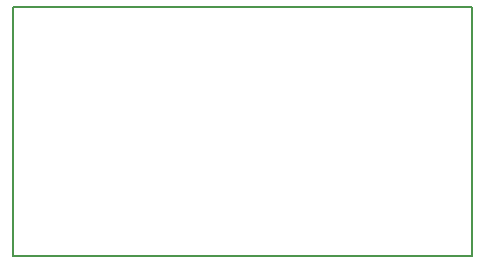
<source format=gm1>
G04 MADE WITH FRITZING*
G04 WWW.FRITZING.ORG*
G04 DOUBLE SIDED*
G04 HOLES PLATED*
G04 CONTOUR ON CENTER OF CONTOUR VECTOR*
%ASAXBY*%
%FSLAX23Y23*%
%MOIN*%
%OFA0B0*%
%SFA1.0B1.0*%
%ADD10R,1.538260X0.840024*%
%ADD11C,0.008000*%
%ADD10C,0.008*%
%LNCONTOUR*%
G90*
G70*
G54D10*
G54D11*
X4Y836D02*
X1534Y836D01*
X1534Y4D01*
X4Y4D01*
X4Y836D01*
D02*
G04 End of contour*
M02*
</source>
